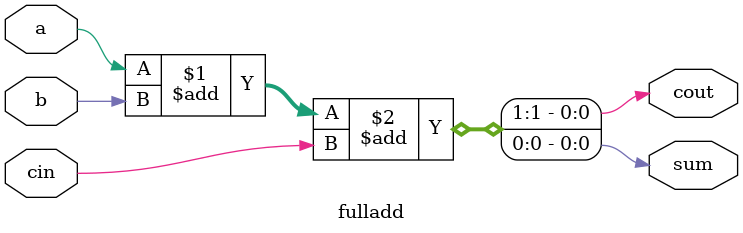
<source format=v>
module fulladd (
    input wire a,
    input wire b,
    input wire cin,
    output wire sum,
    output wire cout
);

assign {cout, sum} = a + b + cin;

endmodule
</source>
